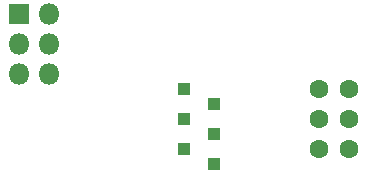
<source format=gbr>
%TF.GenerationSoftware,KiCad,Pcbnew,5.1.6-c6e7f7d~87~ubuntu18.04.1*%
%TF.CreationDate,2020-10-02T11:27:22-04:00*%
%TF.ProjectId,avrisp-pogopin-adapter,61767269-7370-42d7-906f-676f70696e2d,rev?*%
%TF.SameCoordinates,Original*%
%TF.FileFunction,Soldermask,Bot*%
%TF.FilePolarity,Negative*%
%FSLAX46Y46*%
G04 Gerber Fmt 4.6, Leading zero omitted, Abs format (unit mm)*
G04 Created by KiCad (PCBNEW 5.1.6-c6e7f7d~87~ubuntu18.04.1) date 2020-10-02 11:27:22*
%MOMM*%
%LPD*%
G01*
G04 APERTURE LIST*
%ADD10R,1.100000X1.100000*%
%ADD11C,1.600000*%
%ADD12O,1.800000X1.800000*%
%ADD13R,1.800000X1.800000*%
G04 APERTURE END LIST*
D10*
%TO.C,TP12*%
X135890000Y-83820000D03*
%TD*%
%TO.C,TP11*%
X138430000Y-85090000D03*
%TD*%
%TO.C,TP10*%
X135890000Y-81280000D03*
%TD*%
%TO.C,TP9*%
X138430000Y-82550000D03*
%TD*%
%TO.C,TP8*%
X138430000Y-80010000D03*
%TD*%
%TO.C,TP7*%
X135890000Y-78740000D03*
%TD*%
D11*
%TO.C,TP6*%
X149860000Y-83820000D03*
%TD*%
%TO.C,TP5*%
X147320000Y-83820000D03*
%TD*%
%TO.C,TP4*%
X149860000Y-81280000D03*
%TD*%
%TO.C,TP3*%
X147320000Y-81280000D03*
%TD*%
%TO.C,TP2*%
X149860000Y-78740000D03*
%TD*%
%TO.C,TP1*%
X147320000Y-78740000D03*
%TD*%
D12*
%TO.C,J2*%
X124460000Y-77470000D03*
X121920000Y-77470000D03*
X124460000Y-74930000D03*
X121920000Y-74930000D03*
X124460000Y-72390000D03*
D13*
X121920000Y-72390000D03*
%TD*%
M02*

</source>
